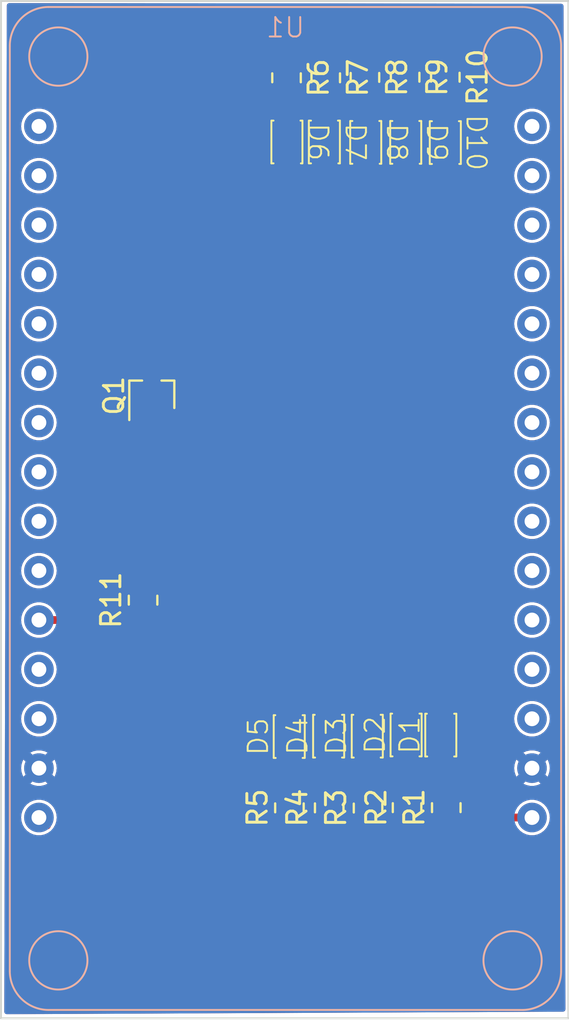
<source format=kicad_pcb>
(kicad_pcb (version 20221018) (generator pcbnew)
  (layers (0 "F.Cu" signal) (31 "B.Cu" signal) (34 "B.Paste" user) (35 "F.Paste" user) (36 "B.SilkS" user "B.Silkscreen") (37 "F.SilkS" user "F.Silkscreen") (38 "B.Mask" user) (39 "F.Mask" user) (44 "Edge.Cuts" user))
  (net 0 "")
  (net 1 "Net-(D1-K)")
  (net 2 "Net-(D1-A)")
  (net 3 "Net-(D2-A)")
  (net 4 "Net-(D3-A)")
  (net 5 "Net-(D4-A)")
  (net 6 "Net-(D5-A)")
  (net 7 "Net-(D6-A)")
  (net 8 "Net-(D7-A)")
  (net 9 "Net-(D8-A)")
  (net 10 "Net-(D9-A)")
  (net 11 "Net-(D10-A)")
  (net 12 "Net-(Q1-B)")
  (net 13 "Earth")
  (net 14 "+5V")
  (net 15 "/LIGHT_CTRL")
  (net 29 "unconnected-(U1-3V3-Pad30)")
  (footprint "matafaka:PLCC2" (layer "F.Cu") (at 143.16 107.275 90)
    (fp_text reference "D3" (at 0 -1.6 90 unlocked) (layer "F.SilkS") (effects (font (thickness 0.1))))
    (fp_text value "LED_WHITE")
    (fp_line (start -1.1 -0.8) (end -1.1 -0.7) (stroke (width 0.1)) (layer "F.SilkS"))
    (fp_line (start -1.1 -0.8) (end 1.1 -0.8) (stroke (width 0.1)) (layer "F.SilkS"))
    (fp_line (start -1.1 0.79) (end -1.1 0.69) (stroke (width 0.1)) (layer "F.SilkS"))
    (fp_line (start -1.1 0.8) (end 1.1 0.8) (stroke (width 0.1)) (layer "F.SilkS"))
    (fp_line (start 1.1 -0.8) (end 1.1 -0.72) (stroke (width 0.1)) (layer "F.SilkS"))
    (fp_line (start 1.1 0.8) (end 1.1 0.69) (stroke (width 0.1)) (layer "F.SilkS"))
    (pad "1" smd roundrect (at 0.925 0 90) (size 0.75 1.16) (layers "F.Cu" "F.Paste" "F.Mask") (roundrect_rratio 0.06666666667) (net 1 "Net-(D1-K)"))
    (pad "2" smd roundrect (at -0.55 0 90) (size 1.5 1.16) (layers "F.Cu" "F.Paste" "F.Mask") (roundrect_rratio 0.06666637931) (net 4 "Net-(D3-A)"))
  )
  (footprint "Resistor_SMD:R_0805_2012Metric" (layer "F.Cu") (at 131.61 100.2775 90)
    (fp_text reference "R11" (at 0 -1.65 90) (layer "F.SilkS"))
    (fp_text value "200R")
    (fp_line (start -0.227064 -0.735) (end 0.227064 -0.735) (stroke (width 0.12)) (layer "F.SilkS"))
    (fp_line (start -0.227064 0.735) (end 0.227064 0.735) (stroke (width 0.12)) (layer "F.SilkS"))
    (pad "1" smd roundrect (at -0.9125 0 90) (size 1.025 1.4) (layers "F.Cu" "F.Paste" "F.Mask") (roundrect_rratio 0.243902439) (net 15 "/LIGHT_CTRL"))
    (pad "2" smd roundrect (at 0.9125 0 90) (size 1.025 1.4) (layers "F.Cu" "F.Paste" "F.Mask") (roundrect_rratio 0.243902439) (net 12 "Net-(Q1-B)"))
  )
  (footprint "matafaka:PLCC2" (layer "F.Cu") (at 139.02 76.705 -90)
    (fp_text reference "D6" (at 0 -1.6 -90 unlocked) (layer "F.SilkS") (effects (font (thickness 0.1))))
    (fp_text value "LED_WHITE")
    (fp_line (start -1.1 -0.8) (end -1.1 -0.7) (stroke (width 0.1)) (layer "F.SilkS"))
    (fp_line (start -1.1 -0.8) (end 1.1 -0.8) (stroke (width 0.1)) (layer "F.SilkS"))
    (fp_line (start -1.1 0.79) (end -1.1 0.69) (stroke (width 0.1)) (layer "F.SilkS"))
    (fp_line (start -1.1 0.8) (end 1.1 0.8) (stroke (width 0.1)) (layer "F.SilkS"))
    (fp_line (start 1.1 -0.8) (end 1.1 -0.72) (stroke (width 0.1)) (layer "F.SilkS"))
    (fp_line (start 1.1 0.8) (end 1.1 0.69) (stroke (width 0.1)) (layer "F.SilkS"))
    (pad "1" smd roundrect (at 0.925 0 270) (size 0.75 1.16) (layers "F.Cu" "F.Paste" "F.Mask") (roundrect_rratio 0.06666666667) (net 1 "Net-(D1-K)"))
    (pad "2" smd roundrect (at -0.55 0 270) (size 1.5 1.16) (layers "F.Cu" "F.Paste" "F.Mask") (roundrect_rratio 0.06666637931) (net 7 "Net-(D6-A)"))
  )
  (footprint "Resistor_SMD:R_0805_2012Metric" (layer "F.Cu") (at 143.2 110.9725 90)
    (fp_text reference "R3" (at 0 -1.65 90) (layer "F.SilkS"))
    (fp_text value "91R")
    (fp_line (start -0.227064 -0.735) (end 0.227064 -0.735) (stroke (width 0.12)) (layer "F.SilkS"))
    (fp_line (start -0.227064 0.735) (end 0.227064 0.735) (stroke (width 0.12)) (layer "F.SilkS"))
    (pad "1" smd roundrect (at -0.9125 0 90) (size 1.025 1.4) (layers "F.Cu" "F.Paste" "F.Mask") (roundrect_rratio 0.243902439) (net 14 "+5V"))
    (pad "2" smd roundrect (at 0.9125 0 90) (size 1.025 1.4) (layers "F.Cu" "F.Paste" "F.Mask") (roundrect_rratio 0.243902439) (net 4 "Net-(D3-A)"))
  )
  (footprint "matafaka:PLCC2" (layer "F.Cu") (at 139.14 107.295 90)
    (fp_text reference "D5" (at 0 -1.6 90 unlocked) (layer "F.SilkS") (effects (font (thickness 0.1))))
    (fp_text value "LED_WHITE")
    (fp_line (start -1.1 -0.8) (end -1.1 -0.7) (stroke (width 0.1)) (layer "F.SilkS"))
    (fp_line (start -1.1 -0.8) (end 1.1 -0.8) (stroke (width 0.1)) (layer "F.SilkS"))
    (fp_line (start -1.1 0.79) (end -1.1 0.69) (stroke (width 0.1)) (layer "F.SilkS"))
    (fp_line (start -1.1 0.8) (end 1.1 0.8) (stroke (width 0.1)) (layer "F.SilkS"))
    (fp_line (start 1.1 -0.8) (end 1.1 -0.72) (stroke (width 0.1)) (layer "F.SilkS"))
    (fp_line (start 1.1 0.8) (end 1.1 0.69) (stroke (width 0.1)) (layer "F.SilkS"))
    (pad "1" smd roundrect (at 0.925 0 90) (size 0.75 1.16) (layers "F.Cu" "F.Paste" "F.Mask") (roundrect_rratio 0.06666666667) (net 1 "Net-(D1-K)"))
    (pad "2" smd roundrect (at -0.55 0 90) (size 1.5 1.16) (layers "F.Cu" "F.Paste" "F.Mask") (roundrect_rratio 0.06666637931) (net 6 "Net-(D5-A)"))
  )
  (footprint "Resistor_SMD:R_0805_2012Metric" (layer "F.Cu") (at 139.15 110.9625 90)
    (fp_text reference "R5" (at 0 -1.65 90) (layer "F.SilkS"))
    (fp_text value "91R")
    (fp_line (start -0.227064 -0.735) (end 0.227064 -0.735) (stroke (width 0.12)) (layer "F.SilkS"))
    (fp_line (start -0.227064 0.735) (end 0.227064 0.735) (stroke (width 0.12)) (layer "F.SilkS"))
    (pad "1" smd roundrect (at -0.9125 0 90) (size 1.025 1.4) (layers "F.Cu" "F.Paste" "F.Mask") (roundrect_rratio 0.243902439) (net 14 "+5V"))
    (pad "2" smd roundrect (at 0.9125 0 90) (size 1.025 1.4) (layers "F.Cu" "F.Paste" "F.Mask") (roundrect_rratio 0.243902439) (net 6 "Net-(D5-A)"))
  )
  (footprint "Resistor_SMD:R_0805_2012Metric" (layer "F.Cu") (at 145.11 73.3725 -90)
    (fp_text reference "R9" (at 0 -1.65 90) (layer "F.SilkS"))
    (fp_text value "91R")
    (fp_line (start -0.227064 -0.735) (end 0.227064 -0.735) (stroke (width 0.12)) (layer "F.SilkS"))
    (fp_line (start -0.227064 0.735) (end 0.227064 0.735) (stroke (width 0.12)) (layer "F.SilkS"))
    (pad "1" smd roundrect (at -0.9125 0 270) (size 1.025 1.4) (layers "F.Cu" "F.Paste" "F.Mask") (roundrect_rratio 0.243902439) (net 14 "+5V"))
    (pad "2" smd roundrect (at 0.9125 0 270) (size 1.025 1.4) (layers "F.Cu" "F.Paste" "F.Mask") (roundrect_rratio 0.243902439) (net 10 "Net-(D9-A)"))
  )
  (footprint "Resistor_SMD:R_0805_2012Metric" (layer "F.Cu") (at 145.21 110.9525 90)
    (fp_text reference "R2" (at 0 -1.59 90) (layer "F.SilkS"))
    (fp_text value "91R")
    (fp_line (start -0.227064 -0.735) (end 0.227064 -0.735) (stroke (width 0.12)) (layer "F.SilkS"))
    (fp_line (start -0.227064 0.735) (end 0.227064 0.735) (stroke (width 0.12)) (layer "F.SilkS"))
    (pad "1" smd roundrect (at -0.9125 0 90) (size 1.025 1.4) (layers "F.Cu" "F.Paste" "F.Mask") (roundrect_rratio 0.243902439) (net 14 "+5V"))
    (pad "2" smd roundrect (at 0.9125 0 90) (size 1.025 1.4) (layers "F.Cu" "F.Paste" "F.Mask") (roundrect_rratio 0.243902439) (net 3 "Net-(D2-A)"))
  )
  (footprint "matafaka:PLCC2" (layer "F.Cu") (at 145.16 107.215 90)
    (fp_text reference "D2" (at 0 -1.6 90 unlocked) (layer "F.SilkS") (effects (font (thickness 0.1))))
    (fp_text value "LED_WHITE")
    (fp_line (start -1.1 -0.8) (end -1.1 -0.7) (stroke (width 0.1)) (layer "F.SilkS"))
    (fp_line (start -1.1 -0.8) (end 1.1 -0.8) (stroke (width 0.1)) (layer "F.SilkS"))
    (fp_line (start -1.1 0.79) (end -1.1 0.69) (stroke (width 0.1)) (layer "F.SilkS"))
    (fp_line (start -1.1 0.8) (end 1.1 0.8) (stroke (width 0.1)) (layer "F.SilkS"))
    (fp_line (start 1.1 -0.8) (end 1.1 -0.72) (stroke (width 0.1)) (layer "F.SilkS"))
    (fp_line (start 1.1 0.8) (end 1.1 0.69) (stroke (width 0.1)) (layer "F.SilkS"))
    (pad "1" smd roundrect (at 0.925 0 90) (size 0.75 1.16) (layers "F.Cu" "F.Paste" "F.Mask") (roundrect_rratio 0.06666666667) (net 1 "Net-(D1-K)"))
    (pad "2" smd roundrect (at -0.55 0 90) (size 1.5 1.16) (layers "F.Cu" "F.Paste" "F.Mask") (roundrect_rratio 0.06666637931) (net 3 "Net-(D2-A)"))
  )
  (footprint "Resistor_SMD:R_0805_2012Metric" (layer "F.Cu") (at 147.18 73.3725 -90)
    (fp_text reference "R10" (at 0 -1.65 90) (layer "F.SilkS"))
    (fp_text value "91R")
    (fp_line (start -0.227064 -0.735) (end 0.227064 -0.735) (stroke (width 0.12)) (layer "F.SilkS"))
    (fp_line (start -0.227064 0.735) (end 0.227064 0.735) (stroke (width 0.12)) (layer "F.SilkS"))
    (pad "1" smd roundrect (at -0.9125 0 270) (size 1.025 1.4) (layers "F.Cu" "F.Paste" "F.Mask") (roundrect_rratio 0.243902439) (net 14 "+5V"))
    (pad "2" smd roundrect (at 0.9125 0 270) (size 1.025 1.4) (layers "F.Cu" "F.Paste" "F.Mask") (roundrect_rratio 0.243902439) (net 11 "Net-(D10-A)"))
  )
  (footprint "Resistor_SMD:R_0805_2012Metric" (layer "F.Cu") (at 147.23 110.9525 90)
    (fp_text reference "R1" (at 0 -1.65 90) (layer "F.SilkS"))
    (fp_text value "91R")
    (fp_line (start -0.227064 -0.735) (end 0.227064 -0.735) (stroke (width 0.12)) (layer "F.SilkS"))
    (fp_line (start -0.227064 0.735) (end 0.227064 0.735) (stroke (width 0.12)) (layer "F.SilkS"))
    (pad "1" smd roundrect (at -0.9125 0 90) (size 1.025 1.4) (layers "F.Cu" "F.Paste" "F.Mask") (roundrect_rratio 0.243902439) (net 14 "+5V"))
    (pad "2" smd roundrect (at 0.9125 0 90) (size 1.025 1.4) (layers "F.Cu" "F.Paste" "F.Mask") (roundrect_rratio 0.243902439) (net 2 "Net-(D1-A)"))
  )
  (footprint "Resistor_SMD:R_0805_2012Metric" (layer "F.Cu") (at 139 73.4025 -90)
    (fp_text reference "R6" (at 0 -1.65 -270) (layer "F.SilkS"))
    (fp_text value "91R")
    (fp_line (start -0.227064 -0.735) (end 0.227064 -0.735) (stroke (width 0.12)) (layer "F.SilkS"))
    (fp_line (start -0.227064 0.735) (end 0.227064 0.735) (stroke (width 0.12)) (layer "F.SilkS"))
    (pad "1" smd roundrect (at -0.9125 0 270) (size 1.025 1.4) (layers "F.Cu" "F.Paste" "F.Mask") (roundrect_rratio 0.243902439) (net 14 "+5V"))
    (pad "2" smd roundrect (at 0.9125 0 270) (size 1.025 1.4) (layers "F.Cu" "F.Paste" "F.Mask") (roundrect_rratio 0.243902439) (net 7 "Net-(D6-A)"))
  )
  (footprint "Package_TO_SOT_SMD:SOT-323_SC-70" (layer "F.Cu") (at 132.06 89.71 90)
    (fp_text reference "Q1" (at -0.05 -1.95 90) (layer "F.SilkS"))
    (fp_text value "MMBT2222")
    (fp_line (start -0.68 1.16) (end 0.73 1.16) (stroke (width 0.12)) (layer "F.SilkS"))
    (fp_line (start 0.73 -1.16) (end -1.3 -1.16) (stroke (width 0.12)) (layer "F.SilkS"))
    (fp_line (start 0.73 -1.16) (end 0.73 -0.5) (stroke (width 0.12)) (layer "F.SilkS"))
    (fp_line (start 0.73 0.5) (end 0.73 1.16) (stroke (width 0.12)) (layer "F.SilkS"))
    (pad "1" smd rect (at -1 -0.65) (size 0.45 0.7) (layers "F.Cu" "F.Paste" "F.Mask") (net 12 "Net-(Q1-B)"))
    (pad "2" smd rect (at -1 0.65) (size 0.45 0.7) (layers "F.Cu" "F.Paste" "F.Mask") (net 13 "Earth"))
    (pad "3" smd rect (at 1 0) (size 0.45 0.7) (layers "F.Cu" "F.Paste" "F.Mask") (net 1 "Net-(D1-K)"))
  )
  (footprint "Resistor_SMD:R_0805_2012Metric" (layer "F.Cu") (at 141.2 110.9625 90)
    (fp_text reference "R4" (at 0 -1.65 90) (layer "F.SilkS"))
    (fp_text value "91R")
    (fp_line (start -0.227064 -0.735) (end 0.227064 -0.735) (stroke (width 0.12)) (layer "F.SilkS"))
    (fp_line (start -0.227064 0.735) (end 0.227064 0.735) (stroke (width 0.12)) (layer "F.SilkS"))
    (pad "1" smd roundrect (at -0.9125 0 90) (size 1.025 1.4) (layers "F.Cu" "F.Paste" "F.Mask") (roundrect_rratio 0.243902439) (net 14 "+5V"))
    (pad "2" smd roundrect (at 0.9125 0 90) (size 1.025 1.4) (layers "F.Cu" "F.Paste" "F.Mask") (roundrect_rratio 0.243902439) (net 5 "Net-(D4-A)"))
  )
  (footprint "Resistor_SMD:R_0805_2012Metric" (layer "F.Cu") (at 141.02 73.4025 -90)
    (fp_text reference "R7" (at 0 -1.65 90) (layer "F.SilkS"))
    (fp_text value "91R")
    (fp_line (start -0.227064 -0.735) (end 0.227064 -0.735) (stroke (width 0.12)) (layer "F.SilkS"))
    (fp_line (start -0.227064 0.735) (end 0.227064 0.735) (stroke (width 0.12)) (layer "F.SilkS"))
    (pad "1" smd roundrect (at -0.9125 0 270) (size 1.025 1.4) (layers "F.Cu" "F.Paste" "F.Mask") (roundrect_rratio 0.243902439) (net 14 "+5V"))
    (pad "2" smd roundrect (at 0.9125 0 270) (size 1.025 1.4) (layers "F.Cu" "F.Paste" "F.Mask") (roundrect_rratio 0.243902439) (net 8 "Net-(D7-A)"))
  )
  (footprint "matafaka:PLCC2" (layer "F.Cu") (at 140.95 76.705 -90)
    (fp_text reference "D7" (at 0 -1.6 -90 unlocked) (layer "F.SilkS") (effects (font (thickness 0.1))))
    (fp_text value "LED_WHITE")
    (fp_line (start -1.1 -0.8) (end -1.1 -0.7) (stroke (width 0.1)) (layer "F.SilkS"))
    (fp_line (start -1.1 -0.8) (end 1.1 -0.8) (stroke (width 0.1)) (layer "F.SilkS"))
    (fp_line (start -1.1 0.79) (end -1.1 0.69) (stroke (width 0.1)) (layer "F.SilkS"))
    (fp_line (start -1.1 0.8) (end 1.1 0.8) (stroke (width 0.1)) (layer "F.SilkS"))
    (fp_line (start 1.1 -0.8) (end 1.1 -0.72) (stroke (width 0.1)) (layer "F.SilkS"))
    (fp_line (start 1.1 0.8) (end 1.1 0.69) (stroke (width 0.1)) (layer "F.SilkS"))
    (pad "1" smd roundrect (at 0.925 0 270) (size 0.75 1.16) (layers "F.Cu" "F.Paste" "F.Mask") (roundrect_rratio 0.06666666667) (net 1 "Net-(D1-K)"))
    (pad "2" smd roundrect (at -0.55 0 270) (size 1.5 1.16) (layers "F.Cu" "F.Paste" "F.Mask") (roundrect_rratio 0.06666637931) (net 8 "Net-(D7-A)"))
  )
  (footprint "Resistor_SMD:R_0805_2012Metric" (layer "F.Cu") (at 143.04 73.3825 -90)
    (fp_text reference "R8" (at 0 -1.65 90) (layer "F.SilkS"))
    (fp_text value "91R")
    (fp_line (start -0.227064 -0.735) (end 0.227064 -0.735) (stroke (width 0.12)) (layer "F.SilkS"))
    (fp_line (start -0.227064 0.735) (end 0.227064 0.735) (stroke (width 0.12)) (layer "F.SilkS"))
    (pad "1" smd roundrect (at -0.9125 0 270) (size 1.025 1.4) (layers "F.Cu" "F.Paste" "F.Mask") (roundrect_rratio 0.243902439) (net 14 "+5V"))
    (pad "2" smd roundrect (at 0.9125 0 270) (size 1.025 1.4) (layers "F.Cu" "F.Paste" "F.Mask") (roundrect_rratio 0.243902439) (net 9 "Net-(D8-A)"))
  )
  (footprint "matafaka:PLCC2" (layer "F.Cu") (at 147.18 76.735 -90)
    (fp_text reference "D10" (at 0 -1.6 -90 unlocked) (layer "F.SilkS") (effects (font (thickness 0.1))))
    (fp_text value "LED_WHITE")
    (fp_line (start -1.1 -0.8) (end -1.1 -0.7) (stroke (width 0.1)) (layer "F.SilkS"))
    (fp_line (start -1.1 -0.8) (end 1.1 -0.8) (stroke (width 0.1)) (layer "F.SilkS"))
    (fp_line (start -1.1 0.79) (end -1.1 0.69) (stroke (width 0.1)) (layer "F.SilkS"))
    (fp_line (start -1.1 0.8) (end 1.1 0.8) (stroke (width 0.1)) (layer "F.SilkS"))
    (fp_line (start 1.1 -0.8) (end 1.1 -0.72) (stroke (width 0.1)) (layer "F.SilkS"))
    (fp_line (start 1.1 0.8) (end 1.1 0.69) (stroke (width 0.1)) (layer "F.SilkS"))
    (pad "1" smd roundrect (at 0.925 0 270) (size 0.75 1.16) (layers "F.Cu" "F.Paste" "F.Mask") (roundrect_rratio 0.06666666667) (net 1 "Net-(D1-K)"))
    (pad "2" smd roundrect (at -0.55 0 270) (size 1.5 1.16) (layers "F.Cu" "F.Paste" "F.Mask") (roundrect_rratio 0.06666637931) (net 11 "Net-(D10-A)"))
  )
  (footprint "matafaka:PLCC2" (layer "F.Cu") (at 143.08 76.725 -90)
    (fp_text reference "D8" (at 0 -1.6 -90 unlocked) (layer "F.SilkS") (effects (font (thickness 0.1))))
    (fp_text value "LED_WHITE")
    (fp_line (start -1.1 -0.8) (end -1.1 -0.7) (stroke (width 0.1)) (layer "F.SilkS"))
    (fp_line (start -1.1 -0.8) (end 1.1 -0.8) (stroke (width 0.1)) (layer "F.SilkS"))
    (fp_line (start -1.1 0.79) (end -1.1 0.69) (stroke (width 0.1)) (layer "F.SilkS"))
    (fp_line (start -1.1 0.8) (end 1.1 0.8) (stroke (width 0.1)) (layer "F.SilkS"))
    (fp_line (start 1.1 -0.8) (end 1.1 -0.72) (stroke (width 0.1)) (layer "F.SilkS"))
    (fp_line (start 1.1 0.8) (end 1.1 0.69) (stroke (width 0.1)) (layer "F.SilkS"))
    (pad "1" smd roundrect (at 0.925 0 270) (size 0.75 1.16) (layers "F.Cu" "F.Paste" "F.Mask") (roundrect_rratio 0.06666666667) (net 1 "Net-(D1-K)"))
    (pad "2" smd roundrect (at -0.55 0 270) (size 1.5 1.16) (layers "F.Cu" "F.Paste" "F.Mask") (roundrect_rratio 0.06666637931) (net 9 "Net-(D8-A)"))
  )
  (footprint "matafaka:PLCC2" (layer "F.Cu") (at 145.14 76.725 -90)
    (fp_text reference "D9" (at 0 -1.6 -90 unlocked) (layer "F.SilkS") (effects (font (thickness 0.1))))
    (fp_text value "LED_WHITE")
    (fp_line (start -1.1 -0.8) (end -1.1 -0.7) (stroke (width 0.1)) (layer "F.SilkS"))
    (fp_line (start -1.1 -0.8) (end 1.1 -0.8) (stroke (width 0.1)) (layer "F.SilkS"))
    (fp_line (start -1.1 0.79) (end -1.1 0.69) (stroke (width 0.1)) (layer "F.SilkS"))
    (fp_line (start -1.1 0.8) (end 1.1 0.8) (stroke (width 0.1)) (layer "F.SilkS"))
    (fp_line (start 1.1 -0.8) (end 1.1 -0.72) (stroke (width 0.1)) (layer "F.SilkS"))
    (fp_line (start 1.1 0.8) (end 1.1 0.69) (stroke (width 0.1)) (layer "F.SilkS"))
    (pad "1" smd roundrect (at 0.925 0 270) (size 0.75 1.16) (layers "F.Cu" "F.Paste" "F.Mask") (roundrect_rratio 0.06666666667) (net 1 "Net-(D1-K)"))
    (pad "2" smd roundrect (at -0.55 0 270) (size 1.5 1.16) (layers "F.Cu" "F.Paste" "F.Mask") (roundrect_rratio 0.06666637931) (net 10 "Net-(D9-A)"))
  )
  (footprint "matafaka:PLCC2" (layer "F.Cu") (at 146.9475 107.22 90)
    (fp_text reference "D1" (at 0 -1.6 90 unlocked) (layer "F.SilkS") (effects (font (thickness 0.1))))
    (fp_text value "LED_WHITE" hide)
    (fp_line (start -1.1 -0.8) (end -1.1 -0.7) (stroke (width 0.1)) (layer "F.SilkS"))
    (fp_line (start -1.1 -0.8) (end 1.1 -0.8) (stroke (width 0.1)) (layer "F.SilkS"))
    (fp_line (start -1.1 0.79) (end -1.1 0.69) (stroke (width 0.1)) (layer "F.SilkS"))
    (fp_line (start -1.1 0.8) (end 1.1 0.8) (stroke (width 0.1)) (layer "F.SilkS"))
    (fp_line (start 1.1 -0.8) (end 1.1 -0.72) (stroke (width 0.1)) (layer "F.SilkS"))
    (fp_line (start 1.1 0.8) (end 1.1 0.69) (stroke (width 0.1)) (layer "F.SilkS"))
    (pad "1" smd roundrect (at 0.925 0 90) (size 0.75 1.16) (layers "F.Cu" "F.Paste" "F.Mask") (roundrect_rratio 0.06666666667) (net 1 "Net-(D1-K)"))
    (pad "2" smd roundrect (at -0.55 0 90) (size 1.5 1.16) (layers "F.Cu" "F.Paste" "F.Mask") (roundrect_rratio 0.06666637931) (net 2 "Net-(D1-A)"))
  )
  (footprint "matafaka:PLCC2" (layer "F.Cu") (at 141.17 107.275 90)
    (fp_text reference "D4" (at 0 -1.6 90 unlocked) (layer "F.SilkS") (effects (font (thickness 0.1))))
    (fp_text value "LED_WHITE")
    (fp_line (start -1.1 -0.8) (end -1.1 -0.7) (stroke (width 0.1)) (layer "F.SilkS"))
    (fp_line (start -1.1 -0.8) (end 1.1 -0.8) (stroke (width 0.1)) (layer "F.SilkS"))
    (fp_line (start -1.1 0.79) (end -1.1 0.69) (stroke (width 0.1)) (layer "F.SilkS"))
    (fp_line (start -1.1 0.8) (end 1.1 0.8) (stroke (width 0.1)) (layer "F.SilkS"))
    (fp_line (start 1.1 -0.8) (end 1.1 -0.72) (stroke (width 0.1)) (layer "F.SilkS"))
    (fp_line (start 1.1 0.8) (end 1.1 0.69) (stroke (width 0.1)) (layer "F.SilkS"))
    (pad "1" smd roundrect (at 0.925 0 90) (size 0.75 1.16) (layers "F.Cu" "F.Paste" "F.Mask") (roundrect_rratio 0.06666666667) (net 1 "Net-(D1-K)"))
    (pad "2" smd roundrect (at -0.55 0 90) (size 1.5 1.16) (layers "F.Cu" "F.Paste" "F.Mask") (roundrect_rratio 0.06666637931) (net 5 "Net-(D4-A)"))
  )
  (footprint "matafaka:ESP32-DevKit-V1" (layer "B.Cu") (at 138.945 95.56 180)
    (fp_text reference "U1" (at 0 24.74 unlocked) (layer "B.SilkS") (effects (font (thickness 0.1)) (justify mirror)))
    (fp_text value "ESP32-DevKit-V1" hide)
    (fp_line (start -14.2 -23.8) (end -14.2 23.8) (stroke (width 0.1)) (layer "B.SilkS"))
    (fp_line (start -12.2 25.8) (end 12.2 25.8) (stroke (width 0.1)) (layer "B.SilkS"))
    (fp_line (start 12.2 -25.8) (end -12.2 -25.8) (stroke (width 0.1)) (layer "B.SilkS"))
    (fp_line (start 14.2 23.8) (end 14.2 -23.8) (stroke (width 0.1)) (layer "B.SilkS"))
    (fp_arc (start -14.2 -23.8) (mid -13.614214 -25.214214) (end -12.2 -25.8) (stroke (width 0.1)) (layer "B.SilkS"))
    (fp_arc (start -12.2 25.8) (mid -13.614214 25.214214) (end -14.2 23.8) (stroke (width 0.1)) (layer "B.SilkS"))
    (fp_arc (start 12.2 -25.8) (mid 13.614214 -25.214214) (end 14.2 -23.8) (stroke (width 0.1)) (layer "B.SilkS"))
    (fp_arc (start 14.2 23.8) (mid 13.614214 25.214214) (end 12.2 25.8) (stroke (width 0.1)) (layer "B.SilkS"))
    (fp_circle (center -11.7 -23.25) (end -10.2 -23.25) (stroke (width 0.1)) (fill none) (layer "B.SilkS"))
    (fp_circle (center -11.7 23.25) (end -10.2 23.25) (stroke (width 0.1)) (fill none) (layer "B.SilkS"))
    (fp_circle (center 11.7 -23.25) (end 13.2 -23.25) (stroke (width 0.1)) (fill none) (layer "B.SilkS"))
    (fp_circle (center 11.7 23.25) (end 13.2 23.25) (stroke (width 0.1)) (fill none) (layer "B.SilkS"))
    (pad "1" thru_hole circle (at -12.7 19.66 180) (size 1.524 1.524) (drill 0.762) (layers "*.Cu" "*.Mask"))
    (pad "2" thru_hole circle (at -12.7 17.12 180) (size 1.524 1.524) (drill 0.762) (layers "*.Cu" "*.Mask"))
    (pad "3" thru_hole circle (at -12.7 14.58 180) (size 1.524 1.524) (drill 0.762) (layers "*.Cu" "*.Mask"))
    (pad "4" thru_hole circle (at -12.7 12.04 180) (size 1.524 1.524) (drill 0.762) (layers "*.Cu" "*.Mask"))
    (pad "5" thru_hole circle (at -12.7 9.5 180) (size 1.524 1.524) (drill 0.762) (layers "*.Cu" "*.Mask"))
    (pad "6" thru_hole circle (at -12.7 6.96 180) (size 1.524 1.524) (drill 0.762) (layers "*.Cu" "*.Mask"))
    (pad "7" thru_hole circle (at -12.7 4.42 180) (size 1.524 1.524) (drill 0.762) (layers "*.Cu" "*.Mask"))
    (pad "8" thru_hole circle (at -12.7 1.88 180) (size 1.524 1.524) (drill 0.762) (layers "*.Cu" "*.Mask"))
    (pad "9" thru_hole circle (at -12.7 -0.66 180) (size 1.524 1.524) (drill 0.762) (layers "*.Cu" "*.Mask"))
    (pad "10" thru_hole circle (at -12.7 -3.2 180) (size 1.524 1.524) (drill 0.762) (layers "*.Cu" "*.Mask"))
    (pad "11" thru_hole circle (at -12.7 -5.74 180) (size 1.524 1.524) (drill 0.762) (layers "*.Cu" "*.Mask"))
    (pad "12" thru_hole circle (at -12.7 -8.28 180) (size 1.524 1.524) (drill 0.762) (layers "*.Cu" "*.Mask"))
    (pad "13" thru_hole circle (at -12.7 -10.82 180) (size 1.524 1.524) (drill 0.762) (layers "*.Cu" "*.Mask"))
    (pad "14" thru_hole circle (at -12.7 -13.36 180) (size 1.524 1.524) (drill 0.762) (layers "*.Cu" "*.Mask") (net 13 "Earth"))
    (pad "15" thru_hole circle (at -12.7 -15.9 180) (size 1.524 1.524) (drill 0.762) (layers "*.Cu" "*.Mask") (net 14 "+5V"))
    (pad "16" thru_hole circle (at 12.7 19.66 180) (size 1.524 1.524) (drill 0.762) (layers "*.Cu" "*.Mask"))
    (pad "17" thru_hole circle (at 12.7 17.12 180) (size 1.524 1.524) (drill 0.762) (layers "*.Cu" "*.Mask"))
    (pad "18" thru_hole circle (at 12.7 14.58 180) (size 1.524 1.524) (drill 0.762) (layers "*.Cu" "*.Mask"))
    (pad "19" thru_hole circle (at 12.7 12.04 180) (size 1.524 1.524) (drill 0.762) (layers "*.Cu" "*.Mask"))
    (pad "20" thru_hole circle (at 12.7 9.5 180) (size 1.524 1.524) (drill 0.762) (layers "*.Cu" "*.Mask"))
    (pad "21" thru_hole circle (at 12.7 6.96 180) (size 1.524 1.524) (drill 0.762) (layers "*.Cu" "*.Mask"))
    (pad "22" thru_hole circle (at 12.7 4.42 180) (size 1.524 1.524) (drill 0.762) (layers "*.Cu" "*.Mask"))
    (pad "23" thru_hole circle (at 12.7 1.88 180) (size 1.524 1.524) (drill 0.762) (layers "*.Cu" "*.Mask"))
    (pad "24" thru_hole circle (at 12.7 -0.66 180) (size 1.524 1.524) (drill 0.762) (layers "*.Cu" "*.Mask"))
    (pad "25" thru_hole circle (at 12.7 -3.2 180) (size 1.524 1.524) (drill 0.762) (layers "*.Cu" "*.Mask"))
    (pad "26" thru_hole circle (at 12.7 -5.74 180) (size 1.524 1.524) (drill 0.762) (layers "*.Cu" "*.Mask") (net 15 "/LIGHT_CTRL"))
    (pad "27" thru_hole circle (at 12.7 -8.28 180) (size 1.524 1.524) (drill 0.762) (layers "*.Cu" "*.Mask"))
    (pad "28" thru_hole circle (at 12.7 -10.82 180) (size 1.524 1.524) (drill 0.762) (layers "*.Cu" "*.Mask"))
    (pad "29" thru_hole circle (at 12.7 -13.36 180) (size 1.524 1.524) (drill 0.762) (layers "*.Cu" "*.Mask") (net 13 "Earth"))
    (pad "30" thru_hole circle (at 12.7 -15.9 180) (size 1.524 1.524) (drill 0.762) (layers "*.Cu" "*.Mask") (net 29 "unconnected-(U1-3V3-Pad30)"))
  )
  (gr_rect (start 124.29 69.45) (end 153.52 121.79) (stroke (width 0.1)) (fill none) (layer "Edge.Cuts"))
  (gr_text "zajac-obuty\n" (at 132.31 117.27) (layer "F.Cu" knockout) (effects (font (size 1.5 1.5) (thickness 0.3) bold) (justify left bottom)))
  (segment (start 141.39 105.28) (end 141.17 105.5) (width 0.4) (layer "F.Cu") (net 1))
  (segment (start 145.14 78.11) (end 144.64 78.61) (width 0.4) (layer "F.Cu") (net 1))
  (segment (start 143.08 78.13) (end 143.08 77.65) (width 0.4) (layer "F.Cu") (net 1))
  (segment (start 146.66 105.26) (end 145.5 105.26) (width 0.4) (layer "F.Cu") (net 1))
  (segment (start 133.645 77.63) (end 139.02 77.63) (width 0.4) (layer "F.Cu") (net 1))
  (segment (start 147.16 78.61) (end 145.64 78.61) (width 0.4) (layer "F.Cu") (net 1))
  (segment (start 143.51 105.27) (end 143.16 105.62) (width 0.4) (layer "F.Cu") (net 1))
  (segment (start 147.16 78.61) (end 147.18 78.59) (width 0.4) (layer "F.Cu") (net 1))
  (segment (start 144.64 78.61) (end 143.56 78.61) (width 0.4) (layer "F.Cu") (net 1))
  (segment (start 145.09 105.42) (end 145.16 105.49) (width 0.4) (layer "F.Cu") (net 1))
  (segment (start 145.16 105.49) (end 145.16 106.29) (width 0.4) (layer "F.Cu") (net 1))
  (segment (start 140.53 78.56) (end 139.35 78.56) (width 0.4) (layer "F.Cu") (net 1))
  (segment (start 142.82 105.28) (end 141.39 105.28) (width 0.4) (layer "F.Cu") (net 1))
  (segment (start 141.39 78.58) (end 140.95 78.14) (width 0.4) (layer "F.Cu") (net 1))
  (segment (start 144.94 105.27) (end 143.51 105.27) (width 0.4) (layer "F.Cu") (net 1))
  (segment (start 143.16 105.62) (end 142.82 105.28) (width 0.4) (layer "F.Cu") (net 1))
  (segment (start 148.13 78.61) (end 147.16 78.61) (width 0.4) (layer "F.Cu") (net 1))
  (segment (start 143.16 105.62) (end 143.16 106.35) (width 0.4) (layer "F.Cu") (net 1))
  (segment (start 140.97 105.3) (end 139.43 105.3) (width 0.4) (layer "F.Cu") (net 1))
  (segment (start 145.14 78.11) (end 145.14 77.65) (width 0.4) (layer "F.Cu") (net 1))
  (segment (start 140.95 78.14) (end 140.95 77.63) (width 0.4) (layer "F.Cu") (net 1))
  (segment (start 145.5 105.26) (end 145.16 105.6) (width 0.4) (layer "F.Cu") (net 1))
  (segment (start 132.035 79.24) (end 133.645 77.63) (width 0.4) (layer "F.Cu") (net 1))
  (segment (start 139.35 78.56) (end 139.02 78.23) (width 0.4) (layer "F.Cu") (net 1))
  (segment (start 132.035 88.685) (end 132.06 88.71) (width 0.4) (layer "F.Cu") (net 1))
  (segment (start 140.95 78.14) (end 140.53 78.56) (width 0.4) (layer "F.Cu") (net 1))
  (segment (start 146.9475 105.5475) (end 146.66 105.26) (width 0.4) (layer "F.Cu") (net 1))
  (segment (start 146.9475 106.295) (end 146.9475 105.5475) (width 0.4) (layer "F.Cu") (net 1))
  (segment (start 139.02 78.23) (end 139.02 77.63) (width 0.4) (layer "F.Cu") (net 1))
  (segment (start 139.14 105.59) (end 139.14 106.37) (width 0.4) (layer "F.Cu") (net 1))
  (segment (start 142.63 78.58) (end 141.39 78.58) (width 0.4) (layer "F.Cu") (net 1))
  (segment (start 147.18 78.59) (end 147.18 77.66) (width 0.4) (layer "F.Cu") (net 1))
  (segment (start 148.2425 78.7225) (end 148.13 78.61) (width 0.4) (layer "F.Cu") (net 1))
  (segment (start 148.035 106.295) (end 148.2425 106.0875) (width 0.4) (layer "F.Cu") (net 1))
  (segment (start 132.035 79.24) (end 132.035 88.685) (width 0.4) (layer "F.Cu") (net 1))
  (segment (start 145.64 78.61) (end 145.14 78.11) (width 0.4) (layer "F.Cu") (net 1))
  (segment (start 148.2425 106.0875) (end 148.2425 78.7225) (width 0.4) (layer "F.Cu") (net 1))
  (segment (start 141.17 105.5) (end 141.17 106.35) (width 0.4) (layer "F.Cu") (net 1))
  (segment (start 145.09 105.42) (end 144.94 105.27) (width 0.4) (layer "F.Cu") (net 1))
  (segment (start 146.9475 106.295) (end 148.035 106.295) (width 0.4) (layer "F.Cu") (net 1))
  (segment (start 141.17 105.5) (end 140.97 105.3) (width 0.4) (layer "F.Cu") (net 1))
  (segment (start 143.08 78.13) (end 142.63 78.58) (width 0.4) (layer "F.Cu") (net 1))
  (segment (start 143.56 78.61) (end 143.08 78.13) (width 0.4) (layer "F.Cu") (net 1))
  (segment (start 139.43 105.3) (end 139.14 105.59) (width 0.4) (layer "F.Cu") (net 1))
  (segment (start 146.9475 109.7575) (end 147.23 110.04) (width 0.4) (layer "F.Cu") (net 2))
  (segment (start 146.9475 107.77) (end 146.9475 109.7575) (width 0.4) (layer "F.Cu") (net 2))
  (segment (start 145.16 109.99) (end 145.21 110.04) (width 0.4) (layer "F.Cu") (net 3))
  (segment (start 145.16 107.765) (end 145.16 109.99) (width 0.4) (layer "F.Cu") (net 3))
  (segment (start 143.16 107.825) (end 143.16 110.02) (width 0.4) (layer "F.Cu") (net 4))
  (segment (start 143.16 110.02) (end 143.2 110.06) (width 0.4) (layer "F.Cu") (net 4))
  (segment (start 141.17 110.02) (end 141.2 110.05) (width 0.4) (layer "F.Cu") (net 5))
  (segment (start 141.17 107.825) (end 141.17 110.02) (width 0.4) (layer "F.Cu") (net 5))
  (segment (start 139.14 107.845) (end 139.14 110.04) (width 0.4) (layer "F.Cu") (net 6))
  (segment (start 139.14 110.04) (end 139.15 110.05) (width 0.4) (layer "F.Cu") (net 6))
  (segment (start 139.02 74.335) (end 139 74.315) (width 0.4) (layer "F.Cu") (net 7))
  (segment (start 139.02 76.155) (end 139.02 74.335) (width 0.4) (layer "F.Cu") (net 7))
  (segment (start 141.02 74.315) (end 141.02 76.085) (width 0.4) (layer "F.Cu") (net 8))
  (segment (start 141.02 76.085) (end 140.95 76.155) (width 0.4) (layer "F.Cu") (net 8))
  (segment (start 143.04 76.135) (end 143.08 76.175) (width 0.4) (layer "F.Cu") (net 9))
  (segment (start 143.04 74.295) (end 143.04 76.135) (width 0.4) (layer "F.Cu") (net 9))
  (segment (start 145.11 76.145) (end 145.14 76.175) (width 0.4) (layer "F.Cu") (net 10))
  (segment (start 145.11 74.285) (end 145.11 76.145) (width 0.4) (layer "F.Cu") (net 10))
  (segment (start 147.18 74.285) (end 147.18 76.185) (width 0.4) (layer "F.Cu") (net 11))
  (segment (start 131.41 90.71) (end 131.41 99.165) (width 0.4) (layer "F.Cu") (net 12))
  (segment (start 131.41 99.165) (end 131.61 99.365) (width 0.4) (layer "F.Cu") (net 12))
  (segment (start 141.02 113.21) (end 139.46 113.21) (width 0.4) (layer "F.Cu") (net 14))
  (segment (start 147.45 113.17) (end 148.55 113.17) (width 0.4) (layer "F.Cu") (net 14))
  (segment (start 147.23 112.95) (end 147 113.18) (width 0.4) (layer "F.Cu") (net 14))
  (segment (start 144.67 71.15) (end 145.11 71.59) (width 0.4) (layer "F.Cu") (net 14))
  (segment (start 148.55 113.17) (end 148.7925 112.9275) (width 0.4) (layer "F.Cu") (net 14))
  (segment (start 148.41 71.16) (end 147.6 71.16) (width 0.4) (layer "F.Cu") (net 14))
  (segment (start 143.2 112.97) (end 142.98 113.19) (width 0.4) (layer "F.Cu") (net 14))
  (segment (start 141.2 113.03) (end 141.2 111.875) (width 0.4) (layer "F.Cu") (net 14))
  (segment (start 139 72.49) (end 139 71.45) (width 0.4) (layer "F.Cu") (net 14))
  (segment (start 146.75 71.15) (end 145.34 71.15) (width 0.4) (layer "F.Cu") (net 14))
  (segment (start 150.26 111.46) (end 151.645 111.46) (width 0.4) (layer "F.Cu") (net 14))
  (segment (start 142.65 71.15) (end 143.04 71.54) (width 0.4) (layer "F.Cu") (net 14))
  (segment (start 143.2 112.97) (end 143.2 111.885) (width 0.4) (layer "F.Cu") (net 14))
  (segment (start 148.7925 112.9275) (end 150.26 111.46) (width 0.4) (layer "F.Cu") (net 14))
  (segment (start 141.02 71.61) (end 141.48 71.15) (width 0.4) (layer "F.Cu") (net 14))
  (segment (start 143.41 113.18) (end 143.2 112.97) (width 0.4) (layer "F.Cu") (net 14))
  (segment (start 145.34 71.15) (end 145.11 71.38) (width 0.4) (layer "F.Cu") (net 14))
  (segment (start 141.2 113.03) (end 141.02 113.21) (width 0.4) (layer "F.Cu") (net 14))
  (segment (start 139 71.45) (end 139.31 71.14) (width 0.4) (layer "F.Cu") (net 14))
  (segment (start 145.21 112.87) (end 144.9 113.18) (width 0.4) (layer "F.Cu") (net 14))
  (segment (start 141.02 72.49) (end 141.02 71.61) (width 0.4) (layer "F.Cu") (net 14))
  (segment (start 139.46 113.21) (end 139.15 112.9) (width 0.4) (layer "F.Cu") (net 14))
  (segment (start 147.23 112.95) (end 147.45 113.17) (width 0.4) (layer "F.Cu") (net 14))
  (segment (start 145.11 71.38) (end 145.11 72.46) (width 0.4) (layer "F.Cu") (net 14))
  (segment (start 139.31 71.14) (end 140.55 71.14) (width 0.4) (layer "F.Cu") (net 14))
  (segment (start 147.6 71.16) (end 147.18 71.58) (width 0.4) (layer "F.Cu") (net 14))
  (segment (start 141.48 71.15) (end 142.65 71.15) (width 0.4) (layer "F.Cu") (net 14))
  (segment (start 143.04 71.54) (end 143.43 71.15) (width 0.4) (layer "F.Cu") (net 14))
  (segment (start 143.04 72.47) (end 143.04 71.54) (width 0.4) (layer "F.Cu") (net 14))
  (segment (start 145.21 112.85) (end 145.21 111.865) (width 0.4) (layer "F.Cu") (net 14))
  (segment (start 147.18 71.58) (end 146.75 71.15) (width 0.4) (layer "F.Cu") (net 14))
  (segment (start 140.55 71.14) (end 141.02 71.61) (width 0.4) (layer "F.Cu") (net 14))
  (segment (start 148.7925 112.9275) (end 148.7925 71.5425) (width 0.4) (layer "F.Cu") (net 14))
  (segment (start 142.98 113.19) (end 141.36 113.19) (width 0.4) (layer "F.Cu") (net 14))
  (segment (start 147.23 111.865) (end 147.23 112.95) (width 0.4) (layer "F.Cu") (net 14))
  (segment (start 144.9 113.18) (end 143.41 113.18) (width 0.4) (layer "F.Cu") (net 14))
  (segment (start 148.7925 71.5425) (end 148.41 71.16) (width 0.4) (layer "F.Cu") (net 14))
  (segment (start 141.36 113.19) (end 141.2 113.03) (width 0.4) (layer "F.Cu") (net 14))
  (segment (start 143.43 71.15) (end 144.67 71.15) (width 0.4) (layer "F.Cu") (net 14))
  (segment (start 145.54 113.18) (end 145.21 112.85) (width 0.4) (layer "F.Cu") (net 14))
  (segment (start 147.18 72.46) (end 147.18 71.58) (width 0.4) (layer "F.Cu") (net 14))
  (segment (start 139.15 112.9) (end 139.15 111.875) (width 0.4) (layer "F.Cu") (net 14))
  (segment (start 147 113.18) (end 145.54 113.18) (width 0.4) (layer "F.Cu") (net 14))
  (segment (start 131.5 101.3) (end 131.61 101.19) (width 0.4) (layer "F.Cu") (net 15))
  (segment (start 126.245 101.3) (end 131.5 101.3) (width 0.4) (layer "F.Cu") (net 15))
  (segment (start 126.255 111.45) (end 126.245 111.46) (width 0.4) (layer "F.Cu") (net 29))
  (segment (start 126.66 111.875) (end 126.245 111.46) (width 0.4) (layer "F.Cu") (net 29))
  (zone (net 13) (net_name "Earth") (layers "F&B.Cu") (connect_pads (clearance 0.15)) (min_thickness 0.25) (fill yes (thermal_gap 0.15) (thermal_bridge_width 0.5))
    (polygon (pts (xy 124.59 69.56) (xy 153.27 69.59) (xy 153.37 121.45) (xy 124.46 121.58)))
  )
)
</source>
